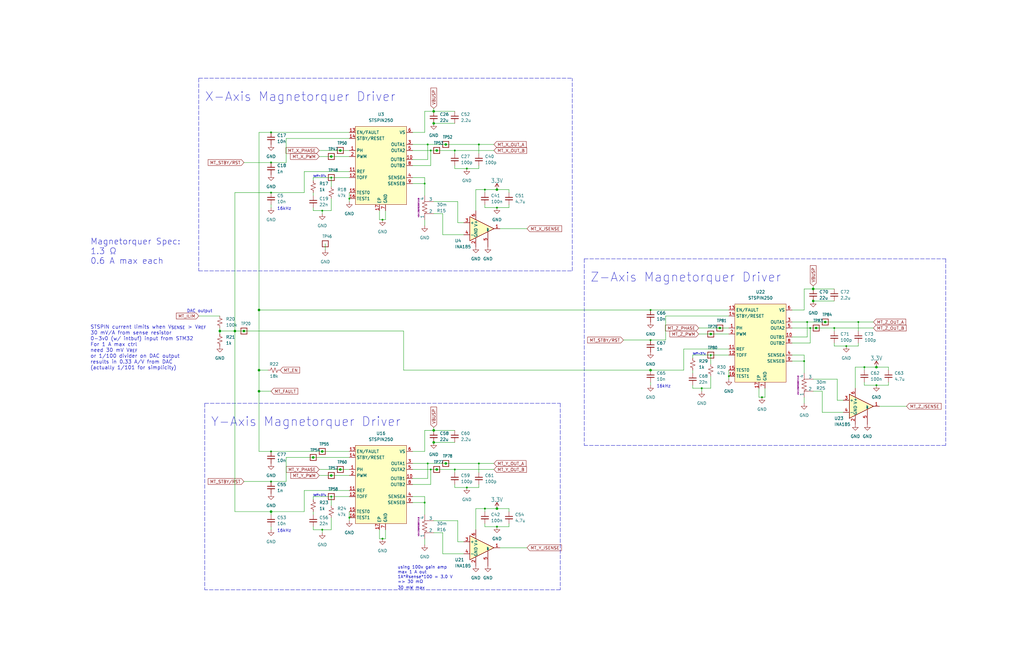
<source format=kicad_sch>
(kicad_sch (version 20211123) (generator eeschema)
  (paper "B")
  (junction (at 274.32 130.81) (diameter 0.6096))
  (junction (at 187.96 195.58))
  (junction (at 204.47 214.63) (diameter 0.6096))
  (junction (at 340.36 135.89) (diameter 0.6096))
  (junction (at 181.61 63.5) (diameter 0.6096))
  (junction (at 114.3 81.28) (diameter 0.6096))
  (junction (at 139.7 209.55) (diameter 0.6096))
  (junction (at 135.89 190.5))
  (junction (at 347.98 135.89))
  (junction (at 361.95 135.89) (diameter 0.6096))
  (junction (at 196.85 71.12) (diameter 0.6096))
  (junction (at 182.88 46.99))
  (junction (at 364.49 154.94) (diameter 0.6096))
  (junction (at 299.72 149.86) (diameter 0.6096))
  (junction (at 135.89 88.9) (diameter 0.6096))
  (junction (at 209.55 80.01))
  (junction (at 201.93 60.96) (diameter 0.6096))
  (junction (at 341.63 138.43) (diameter 0.6096))
  (junction (at 147.32 218.44) (diameter 0.6096))
  (junction (at 147.32 83.82) (diameter 0.6096))
  (junction (at 191.77 198.12) (diameter 0.6096))
  (junction (at 179.07 212.09) (diameter 0.6096))
  (junction (at 356.87 146.05) (diameter 0.6096))
  (junction (at 369.57 154.94))
  (junction (at 344.17 138.43))
  (junction (at 114.3 55.88) (diameter 0.6096))
  (junction (at 143.51 63.5))
  (junction (at 187.96 60.96))
  (junction (at 209.55 222.25) (diameter 0.6096))
  (junction (at 180.34 60.96) (diameter 0.6096))
  (junction (at 369.57 162.56) (diameter 0.6096))
  (junction (at 182.88 181.61))
  (junction (at 132.08 193.04))
  (junction (at 99.06 139.7))
  (junction (at 204.47 80.01) (diameter 0.6096))
  (junction (at 182.88 186.69))
  (junction (at 184.15 63.5))
  (junction (at 274.32 143.51) (diameter 0.6096))
  (junction (at 114.3 215.9))
  (junction (at 342.9 127))
  (junction (at 114.3 190.5) (diameter 0.6096))
  (junction (at 114.3 203.2) (diameter 0.6096))
  (junction (at 182.88 52.07))
  (junction (at 303.53 138.43))
  (junction (at 92.71 139.7))
  (junction (at 201.93 195.58) (diameter 0.6096))
  (junction (at 184.15 198.12))
  (junction (at 321.31 167.64) (diameter 0.6096))
  (junction (at 135.89 223.52) (diameter 0.6096))
  (junction (at 114.3 68.58) (diameter 0.6096))
  (junction (at 161.29 227.33) (diameter 0.6096))
  (junction (at 139.7 200.66))
  (junction (at 102.87 139.7))
  (junction (at 351.79 138.43) (diameter 0.6096))
  (junction (at 299.72 140.97))
  (junction (at 339.09 152.4) (diameter 0.6096))
  (junction (at 161.29 92.71) (diameter 0.6096))
  (junction (at 139.7 66.04))
  (junction (at 274.32 156.21))
  (junction (at 209.55 214.63))
  (junction (at 181.61 198.12) (diameter 0.6096))
  (junction (at 109.22 130.81))
  (junction (at 109.22 165.1))
  (junction (at 179.07 77.47) (diameter 0.6096))
  (junction (at 191.77 63.5) (diameter 0.6096))
  (junction (at 295.91 163.83) (diameter 0.6096))
  (junction (at 196.85 205.74) (diameter 0.6096))
  (junction (at 342.9 121.92))
  (junction (at 143.51 198.12))
  (junction (at 209.55 87.63) (diameter 0.6096))
  (junction (at 109.22 156.21))
  (junction (at 180.34 195.58) (diameter 0.6096))
  (junction (at 139.7 74.93) (diameter 0.6096))
  (junction (at 307.34 158.75) (diameter 0.6096))
  (wire (pts (xy 132.08 76.2) (xy 132.08 74.93)))
  (wire (pts (xy 339.09 121.92) (xy 342.9 121.92)))
  (wire (pts (xy 182.88 180.34) (xy 182.88 181.61)))
  (wire (pts (xy 184.15 198.12) (xy 191.77 198.12)))
  (wire (pts (xy 135.89 190.5) (xy 147.32 190.5)))
  (wire (pts (xy 180.34 60.96) (xy 187.96 60.96)))
  (wire (pts (xy 179.07 212.09) (xy 173.99 212.09)))
  (wire (pts (xy 120.65 203.2) (xy 114.3 203.2)))
  (wire (pts (xy 307.34 158.75) (xy 307.34 156.21)))
  (wire (pts (xy 361.95 135.89) (xy 361.95 139.7)))
  (wire (pts (xy 351.79 144.78) (xy 351.79 146.05)))
  (wire (pts (xy 292.1 151.13) (xy 292.1 149.86)))
  (wire (pts (xy 92.71 139.7) (xy 92.71 140.97)))
  (wire (pts (xy 201.93 205.74) (xy 201.93 204.47)))
  (wire (pts (xy 134.62 198.12) (xy 143.51 198.12)))
  (wire (pts (xy 320.04 163.83) (xy 320.04 167.64)))
  (wire (pts (xy 364.49 161.29) (xy 364.49 162.56)))
  (wire (pts (xy 339.09 152.4) (xy 339.09 157.48)))
  (wire (pts (xy 160.02 92.71) (xy 161.29 92.71)))
  (wire (pts (xy 353.06 160.02) (xy 353.06 168.91)))
  (wire (pts (xy 132.08 210.82) (xy 132.08 209.55)))
  (wire (pts (xy 292.1 149.86) (xy 299.72 149.86)))
  (wire (pts (xy 186.69 90.17) (xy 186.69 99.06)))
  (wire (pts (xy 179.07 74.93) (xy 179.07 77.47)))
  (wire (pts (xy 191.77 63.5) (xy 191.77 64.77)))
  (wire (pts (xy 214.63 87.63) (xy 214.63 86.36)))
  (wire (pts (xy 299.72 149.86) (xy 307.34 149.86)))
  (polyline (pts (xy 83.82 33.02) (xy 83.82 114.3)))
  (wire (pts (xy 132.08 215.9) (xy 132.08 217.17)))
  (wire (pts (xy 139.7 88.9) (xy 135.89 88.9)))
  (wire (pts (xy 99.06 81.28) (xy 114.3 81.28)))
  (wire (pts (xy 132.08 223.52) (xy 132.08 222.25)))
  (wire (pts (xy 173.99 204.47) (xy 181.61 204.47)))
  (wire (pts (xy 143.51 198.12) (xy 147.32 198.12)))
  (wire (pts (xy 114.3 55.88) (xy 147.32 55.88)))
  (wire (pts (xy 214.63 81.28) (xy 214.63 80.01)))
  (wire (pts (xy 209.55 214.63) (xy 214.63 214.63)))
  (wire (pts (xy 128.27 207.01) (xy 147.32 207.01)))
  (polyline (pts (xy 86.36 170.18) (xy 236.22 170.18)))
  (wire (pts (xy 201.93 195.58) (xy 208.28 195.58)))
  (wire (pts (xy 299.72 163.83) (xy 295.91 163.83)))
  (wire (pts (xy 191.77 198.12) (xy 208.28 198.12)))
  (wire (pts (xy 181.61 63.5) (xy 184.15 63.5)))
  (wire (pts (xy 139.7 74.93) (xy 147.32 74.93)))
  (wire (pts (xy 114.3 87.63) (xy 114.3 86.36)))
  (wire (pts (xy 200.66 80.01) (xy 200.66 88.9)))
  (wire (pts (xy 193.04 228.6) (xy 195.58 228.6)))
  (wire (pts (xy 135.89 223.52) (xy 135.89 224.79)))
  (wire (pts (xy 204.47 80.01) (xy 204.47 81.28)))
  (wire (pts (xy 134.62 200.66) (xy 139.7 200.66)))
  (wire (pts (xy 128.27 72.39) (xy 147.32 72.39)))
  (wire (pts (xy 209.55 87.63) (xy 214.63 87.63)))
  (wire (pts (xy 342.9 120.65) (xy 342.9 121.92)))
  (wire (pts (xy 92.71 138.43) (xy 92.71 139.7)))
  (polyline (pts (xy 241.3 114.3) (xy 241.3 33.02)))
  (wire (pts (xy 173.99 74.93) (xy 179.07 74.93)))
  (wire (pts (xy 186.69 233.68) (xy 195.58 233.68)))
  (wire (pts (xy 214.63 215.9) (xy 214.63 214.63)))
  (wire (pts (xy 370.84 171.45) (xy 382.27 171.45)))
  (wire (pts (xy 187.96 60.96) (xy 201.93 60.96)))
  (wire (pts (xy 184.15 63.5) (xy 191.77 63.5)))
  (wire (pts (xy 182.88 90.17) (xy 186.69 90.17)))
  (wire (pts (xy 299.72 149.86) (xy 299.72 153.67)))
  (wire (pts (xy 288.29 156.21) (xy 288.29 147.32)))
  (wire (pts (xy 143.51 63.5) (xy 147.32 63.5)))
  (wire (pts (xy 353.06 168.91) (xy 355.6 168.91)))
  (wire (pts (xy 132.08 88.9) (xy 132.08 87.63)))
  (wire (pts (xy 339.09 130.81) (xy 339.09 121.92)))
  (wire (pts (xy 173.99 209.55) (xy 179.07 209.55)))
  (wire (pts (xy 170.18 139.7) (xy 170.18 156.21)))
  (wire (pts (xy 193.04 219.71) (xy 193.04 228.6)))
  (wire (pts (xy 351.79 146.05) (xy 356.87 146.05)))
  (wire (pts (xy 139.7 66.04) (xy 147.32 66.04)))
  (wire (pts (xy 135.89 88.9) (xy 132.08 88.9)))
  (wire (pts (xy 120.65 58.42) (xy 147.32 58.42)))
  (wire (pts (xy 369.57 162.56) (xy 374.65 162.56)))
  (wire (pts (xy 179.07 212.09) (xy 179.07 217.17)))
  (wire (pts (xy 204.47 222.25) (xy 209.55 222.25)))
  (wire (pts (xy 274.32 143.51) (xy 262.89 143.51)))
  (wire (pts (xy 351.79 138.43) (xy 368.3 138.43)))
  (wire (pts (xy 344.17 138.43) (xy 351.79 138.43)))
  (wire (pts (xy 139.7 209.55) (xy 139.7 213.36)))
  (wire (pts (xy 196.85 205.74) (xy 201.93 205.74)))
  (wire (pts (xy 173.99 69.85) (xy 181.61 69.85)))
  (wire (pts (xy 274.32 130.81) (xy 307.34 130.81)))
  (wire (pts (xy 182.88 219.71) (xy 193.04 219.71)))
  (wire (pts (xy 334.01 135.89) (xy 340.36 135.89)))
  (wire (pts (xy 210.82 231.14) (xy 222.25 231.14)))
  (wire (pts (xy 182.88 46.99) (xy 191.77 46.99)))
  (wire (pts (xy 204.47 220.98) (xy 204.47 222.25)))
  (polyline (pts (xy 398.78 187.96) (xy 246.38 187.96)))
  (wire (pts (xy 340.36 135.89) (xy 347.98 135.89)))
  (wire (pts (xy 191.77 204.47) (xy 191.77 205.74)))
  (wire (pts (xy 162.56 92.71) (xy 162.56 88.9)))
  (wire (pts (xy 341.63 138.43) (xy 344.17 138.43)))
  (wire (pts (xy 181.61 204.47) (xy 181.61 198.12)))
  (wire (pts (xy 173.99 198.12) (xy 181.61 198.12)))
  (wire (pts (xy 132.08 209.55) (xy 139.7 209.55)))
  (wire (pts (xy 134.62 66.04) (xy 139.7 66.04)))
  (wire (pts (xy 204.47 86.36) (xy 204.47 87.63)))
  (wire (pts (xy 180.34 201.93) (xy 180.34 195.58)))
  (wire (pts (xy 120.65 193.04) (xy 120.65 203.2)))
  (wire (pts (xy 342.9 160.02) (xy 353.06 160.02)))
  (wire (pts (xy 292.1 156.21) (xy 292.1 157.48)))
  (polyline (pts (xy 246.38 109.22) (xy 246.38 187.96)))
  (wire (pts (xy 180.34 67.31) (xy 180.34 60.96)))
  (wire (pts (xy 114.3 81.28) (xy 128.27 81.28)))
  (wire (pts (xy 200.66 214.63) (xy 200.66 223.52)))
  (wire (pts (xy 147.32 85.09) (xy 147.32 83.82)))
  (wire (pts (xy 114.3 223.52) (xy 114.3 222.25)))
  (wire (pts (xy 132.08 193.04) (xy 147.32 193.04)))
  (wire (pts (xy 181.61 198.12) (xy 184.15 198.12)))
  (wire (pts (xy 274.32 156.21) (xy 288.29 156.21)))
  (wire (pts (xy 191.77 69.85) (xy 191.77 71.12)))
  (wire (pts (xy 307.34 160.02) (xy 307.34 158.75)))
  (wire (pts (xy 114.3 68.58) (xy 102.87 68.58)))
  (wire (pts (xy 280.67 133.35) (xy 307.34 133.35)))
  (wire (pts (xy 374.65 162.56) (xy 374.65 161.29)))
  (wire (pts (xy 186.69 224.79) (xy 186.69 233.68)))
  (wire (pts (xy 303.53 138.43) (xy 307.34 138.43)))
  (wire (pts (xy 334.01 138.43) (xy 341.63 138.43)))
  (wire (pts (xy 132.08 74.93) (xy 139.7 74.93)))
  (wire (pts (xy 361.95 135.89) (xy 368.3 135.89)))
  (wire (pts (xy 135.89 223.52) (xy 132.08 223.52)))
  (wire (pts (xy 182.88 224.79) (xy 186.69 224.79)))
  (wire (pts (xy 99.06 139.7) (xy 99.06 215.9)))
  (wire (pts (xy 191.77 63.5) (xy 208.28 63.5)))
  (polyline (pts (xy 86.36 170.18) (xy 86.36 248.92)))
  (polyline (pts (xy 236.22 248.92) (xy 86.36 248.92)))
  (wire (pts (xy 364.49 154.94) (xy 364.49 156.21)))
  (wire (pts (xy 134.62 63.5) (xy 143.51 63.5)))
  (wire (pts (xy 214.63 222.25) (xy 214.63 220.98)))
  (wire (pts (xy 132.08 81.28) (xy 132.08 82.55)))
  (wire (pts (xy 334.01 142.24) (xy 340.36 142.24)))
  (wire (pts (xy 200.66 214.63) (xy 204.47 214.63)))
  (wire (pts (xy 294.64 140.97) (xy 299.72 140.97)))
  (wire (pts (xy 209.55 80.01) (xy 214.63 80.01)))
  (wire (pts (xy 173.99 63.5) (xy 181.61 63.5)))
  (wire (pts (xy 102.87 139.7) (xy 99.06 139.7)))
  (wire (pts (xy 139.7 74.93) (xy 139.7 78.74)))
  (wire (pts (xy 160.02 227.33) (xy 161.29 227.33)))
  (wire (pts (xy 360.68 154.94) (xy 364.49 154.94)))
  (wire (pts (xy 170.18 156.21) (xy 274.32 156.21)))
  (wire (pts (xy 162.56 227.33) (xy 162.56 223.52)))
  (wire (pts (xy 99.06 139.7) (xy 92.71 139.7)))
  (wire (pts (xy 139.7 218.44) (xy 139.7 223.52)))
  (wire (pts (xy 322.58 167.64) (xy 322.58 163.83)))
  (wire (pts (xy 114.3 215.9) (xy 114.3 217.17)))
  (wire (pts (xy 204.47 87.63) (xy 209.55 87.63)))
  (wire (pts (xy 181.61 69.85) (xy 181.61 63.5)))
  (wire (pts (xy 179.07 77.47) (xy 179.07 82.55)))
  (wire (pts (xy 128.27 207.01) (xy 128.27 215.9)))
  (wire (pts (xy 191.77 198.12) (xy 191.77 199.39)))
  (wire (pts (xy 193.04 85.09) (xy 193.04 93.98)))
  (wire (pts (xy 295.91 163.83) (xy 295.91 165.1)))
  (wire (pts (xy 294.64 138.43) (xy 303.53 138.43)))
  (wire (pts (xy 209.55 222.25) (xy 214.63 222.25)))
  (wire (pts (xy 341.63 144.78) (xy 341.63 138.43)))
  (wire (pts (xy 210.82 96.52) (xy 222.25 96.52)))
  (wire (pts (xy 201.93 71.12) (xy 201.93 69.85)))
  (wire (pts (xy 288.29 147.32) (xy 307.34 147.32)))
  (wire (pts (xy 139.7 223.52) (xy 135.89 223.52)))
  (wire (pts (xy 204.47 214.63) (xy 209.55 214.63)))
  (wire (pts (xy 160.02 88.9) (xy 160.02 92.71)))
  (wire (pts (xy 342.9 165.1) (xy 346.71 165.1)))
  (wire (pts (xy 187.96 195.58) (xy 201.93 195.58)))
  (wire (pts (xy 364.49 162.56) (xy 369.57 162.56)))
  (wire (pts (xy 173.99 201.93) (xy 180.34 201.93)))
  (wire (pts (xy 179.07 92.71) (xy 179.07 95.25)))
  (wire (pts (xy 179.07 227.33) (xy 179.07 229.87)))
  (wire (pts (xy 339.09 167.64) (xy 339.09 170.18)))
  (wire (pts (xy 179.07 55.88) (xy 179.07 46.99)))
  (wire (pts (xy 186.69 99.06) (xy 195.58 99.06)))
  (wire (pts (xy 201.93 60.96) (xy 201.93 64.77)))
  (wire (pts (xy 342.9 121.92) (xy 351.79 121.92)))
  (wire (pts (xy 147.32 83.82) (xy 147.32 81.28)))
  (wire (pts (xy 179.07 46.99) (xy 182.88 46.99)))
  (wire (pts (xy 114.3 215.9) (xy 128.27 215.9)))
  (wire (pts (xy 182.88 186.69) (xy 191.77 186.69)))
  (wire (pts (xy 179.07 77.47) (xy 173.99 77.47)))
  (wire (pts (xy 137.16 102.87) (xy 137.16 105.41)))
  (wire (pts (xy 161.29 227.33) (xy 162.56 227.33)))
  (wire (pts (xy 193.04 93.98) (xy 195.58 93.98)))
  (polyline (pts (xy 83.82 33.02) (xy 241.3 33.02)))
  (wire (pts (xy 334.01 130.81) (xy 339.09 130.81)))
  (wire (pts (xy 173.99 190.5) (xy 179.07 190.5)))
  (wire (pts (xy 147.32 219.71) (xy 147.32 218.44)))
  (wire (pts (xy 346.71 173.99) (xy 355.6 173.99)))
  (wire (pts (xy 347.98 135.89) (xy 361.95 135.89)))
  (wire (pts (xy 369.57 154.94) (xy 374.65 154.94)))
  (wire (pts (xy 361.95 146.05) (xy 361.95 144.78)))
  (wire (pts (xy 182.88 85.09) (xy 193.04 85.09)))
  (wire (pts (xy 340.36 142.24) (xy 340.36 135.89)))
  (wire (pts (xy 99.06 81.28) (xy 99.06 139.7)))
  (polyline (pts (xy 246.38 109.22) (xy 398.78 109.22)))
  (wire (pts (xy 120.65 58.42) (xy 120.65 68.58)))
  (wire (pts (xy 135.89 88.9) (xy 135.89 90.17)))
  (wire (pts (xy 339.09 152.4) (xy 334.01 152.4)))
  (wire (pts (xy 351.79 138.43) (xy 351.79 139.7)))
  (wire (pts (xy 360.68 154.94) (xy 360.68 163.83)))
  (polyline (pts (xy 398.78 109.22) (xy 398.78 187.96)))
  (wire (pts (xy 114.3 203.2) (xy 102.87 203.2)))
  (wire (pts (xy 299.72 140.97) (xy 307.34 140.97)))
  (wire (pts (xy 374.65 156.21) (xy 374.65 154.94)))
  (wire (pts (xy 201.93 195.58) (xy 201.93 199.39)))
  (wire (pts (xy 83.82 133.35) (xy 92.71 133.35)))
  (wire (pts (xy 191.77 205.74) (xy 196.85 205.74)))
  (wire (pts (xy 128.27 81.28) (xy 128.27 72.39)))
  (wire (pts (xy 201.93 60.96) (xy 208.28 60.96)))
  (wire (pts (xy 161.29 92.71) (xy 162.56 92.71)))
  (wire (pts (xy 346.71 165.1) (xy 346.71 173.99)))
  (wire (pts (xy 173.99 55.88) (xy 179.07 55.88)))
  (wire (pts (xy 204.47 214.63) (xy 204.47 215.9)))
  (wire (pts (xy 109.22 156.21) (xy 109.22 165.1)))
  (wire (pts (xy 109.22 165.1) (xy 114.3 165.1)))
  (wire (pts (xy 280.67 133.35) (xy 280.67 143.51)))
  (wire (pts (xy 114.3 190.5) (xy 135.89 190.5)))
  (wire (pts (xy 196.85 71.12) (xy 201.93 71.12)))
  (wire (pts (xy 180.34 195.58) (xy 187.96 195.58)))
  (wire (pts (xy 295.91 163.83) (xy 292.1 163.83)))
  (wire (pts (xy 147.32 218.44) (xy 147.32 215.9)))
  (wire (pts (xy 109.22 156.21) (xy 113.03 156.21)))
  (wire (pts (xy 321.31 167.64) (xy 322.58 167.64)))
  (wire (pts (xy 173.99 195.58) (xy 180.34 195.58)))
  (wire (pts (xy 320.04 167.64) (xy 321.31 167.64)))
  (wire (pts (xy 182.88 45.72) (xy 182.88 46.99)))
  (wire (pts (xy 120.65 193.04) (xy 132.08 193.04)))
  (wire (pts (xy 139.7 209.55) (xy 147.32 209.55)))
  (wire (pts (xy 109.22 130.81) (xy 109.22 156.21)))
  (wire (pts (xy 102.87 139.7) (xy 170.18 139.7)))
  (wire (pts (xy 179.07 209.55) (xy 179.07 212.09)))
  (wire (pts (xy 173.99 67.31) (xy 180.34 67.31)))
  (wire (pts (xy 356.87 146.05) (xy 361.95 146.05)))
  (wire (pts (xy 182.88 52.07) (xy 191.77 52.07)))
  (polyline (pts (xy 236.22 170.18) (xy 236.22 248.92)))
  (wire (pts (xy 139.7 83.82) (xy 139.7 88.9)))
  (wire (pts (xy 173.99 60.96) (xy 180.34 60.96)))
  (wire (pts (xy 99.06 215.9) (xy 114.3 215.9)))
  (wire (pts (xy 280.67 143.51) (xy 274.32 143.51)))
  (wire (pts (xy 109.22 165.1) (xy 109.22 190.5)))
  (wire (pts (xy 182.88 181.61) (xy 191.77 181.61)))
  (wire (pts (xy 139.7 200.66) (xy 147.32 200.66)))
  (wire (pts (xy 109.22 130.81) (xy 274.32 130.81)))
  (wire (pts (xy 334.01 149.86) (xy 339.09 149.86)))
  (wire (pts (xy 334.01 144.78) (xy 341.63 144.78)))
  (wire (pts (xy 179.07 190.5) (xy 179.07 181.61)))
  (wire (pts (xy 364.49 154.94) (xy 369.57 154.94)))
  (wire (pts (xy 191.77 71.12) (xy 196.85 71.12)))
  (wire (pts (xy 179.07 181.61) (xy 182.88 181.61)))
  (wire (pts (xy 109.22 190.5) (xy 114.3 190.5)))
  (wire (pts (xy 109.22 55.88) (xy 109.22 130.81)))
  (wire (pts (xy 200.66 80.01) (xy 204.47 80.01)))
  (wire (pts (xy 204.47 80.01) (xy 209.55 80.01)))
  (wire (pts (xy 299.72 158.75) (xy 299.72 163.83)))
  (wire (pts (xy 109.22 55.88) (xy 114.3 55.88)))
  (polyline (pts (xy 83.82 114.3) (xy 241.3 114.3)))
  (wire (pts (xy 120.65 68.58) (xy 114.3 68.58)))
  (wire (pts (xy 342.9 127) (xy 351.79 127)))
  (wire (pts (xy 292.1 163.83) (xy 292.1 162.56)))
  (wire (pts (xy 160.02 223.52) (xy 160.02 227.33)))
  (wire (pts (xy 274.32 162.56) (xy 274.32 161.29)))
  (wire (pts (xy 339.09 149.86) (xy 339.09 152.4)))
  (text "30 mW max" (at 167.64 248.92 0) (effects (font (size 1.27 1.27)) (justify left bottom)))
  (text "STSPIN current limits when V_{SENSE} > V_{REF}\n30 mV/A from sense resistor\n0-3v0 (w/ intbuf) input from STM32\nFor 1 A max ctrl\nneed 30 mV V_{REF}\nor 1/100 divider on DAC output\nresults in 0.33 A/V from DAC\n(actually 1/101 for simplicity)\n" (at 38.1 156.21 0) (effects (font (size 1.524 1.524)) (justify left bottom)))
  (text "DAC output" (at 78.74 132.08 0) (effects (font (size 1.27 1.27)) (justify left bottom)))
  (text "16kHz" (at 116.84 88.9 0) (effects (font (size 1.27 1.27)) (justify left bottom)))
  (text "toff=37u" (at 292.1 149.86 0) (effects (font (size 0.8 0.8)) (justify left bottom)))
  (text "16kHz" (at 116.84 224.79 0) (effects (font (size 1.27 1.27)) (justify left bottom)))
  (text "Y-Axis Magnetorquer Driver" (at 88.9 180.34 0) (effects (font (size 3.81 3.81)) (justify left bottom)))
  (text "toff=37u" (at 132.08 74.93 0) (effects (font (size 0.8 0.8)) (justify left bottom)))
  (text "toff=37u" (at 132.08 209.55 0) (effects (font (size 0.8 0.8)) (justify left bottom)))
  (text "Z-Axis Magnetorquer Driver" (at 248.92 119.38 0) (effects (font (size 3.81 3.81)) (justify left bottom)))
  (text "Magnetorquer Spec:\n1.3 Ω\n0.6 A max each" (at 38.1 111.76 0) (effects (font (size 2.54 2.54)) (justify left bottom)))
  (text "X-Axis Magnetorquer Driver" (at 86.36 43.18 0) (effects (font (size 3.81 3.81)) (justify left bottom)))
  (text "using 100x gain amp\nmax 1 A out\n1A*Rsense*100 = 3.0 V\n=> 30 mΩ" (at 167.64 246.38 0) (effects (font (size 1.27 1.27)) (justify left bottom)))
  (text "16kHz" (at 276.86 163.83 0) (effects (font (size 1.27 1.27)) (justify left bottom)))
  (global_label "VBUSP" (shape input) (at 182.88 45.72 90) (property "Intersheet References" "${INTERSHEET_REFS}" (effects hide)))
  (global_label "MT_Z_ISENSE" (shape input) (at 382.27 171.45 0) (property "Intersheet References" "${INTERSHEET_REFS}" (effects hide)))
  (global_label "MT_STBY{slash}RST" (shape input) (at 262.89 143.51 180) (property "Intersheet References" "${INTERSHEET_REFS}" (effects hide)))
  (global_label "MT_Z_PHASE" (shape input) (at 294.64 138.43 180) (property "Intersheet References" "${INTERSHEET_REFS}" (effects hide)))
  (global_label "MT_X_OUT_A" (shape input) (at 208.28 60.96 0) (property "Intersheet References" "${INTERSHEET_REFS}" (effects hide)))
  (global_label "VBUSP" (shape input) (at 182.88 180.34 90) (property "Intersheet References" "${INTERSHEET_REFS}" (effects hide)))
  (global_label "MT_Y_PWM" (shape input) (at 134.62 200.66 180) (property "Intersheet References" "${INTERSHEET_REFS}" (effects hide)))
  (global_label "MT_X_PHASE" (shape input) (at 134.62 63.5 180) (property "Intersheet References" "${INTERSHEET_REFS}" (effects hide)))
  (global_label "MT_ILIM" (shape input) (at 83.82 133.35 180) (property "Intersheet References" "${INTERSHEET_REFS}" (effects hide)))
  (global_label "MT_STBY{slash}RST" (shape input) (at 102.87 68.58 180) (property "Intersheet References" "${INTERSHEET_REFS}" (effects hide)))
  (global_label "MT_Y_OUT_A" (shape input) (at 208.28 195.58 0) (property "Intersheet References" "${INTERSHEET_REFS}" (effects hide)))
  (global_label "MT_Y_PHASE" (shape input) (at 134.62 198.12 180) (property "Intersheet References" "${INTERSHEET_REFS}" (effects hide)))
  (global_label "MT_X_OUT_B" (shape input) (at 208.28 63.5 0) (property "Intersheet References" "${INTERSHEET_REFS}" (effects hide)))
  (global_label "MT_Y_OUT_B" (shape input) (at 208.28 198.12 0) (property "Intersheet References" "${INTERSHEET_REFS}" (effects hide)))
  (global_label "VBUSP" (shape input) (at 342.9 120.65 90) (property "Intersheet References" "${INTERSHEET_REFS}" (effects hide)))
  (global_label "MT_STBY{slash}RST" (shape input) (at 102.87 203.2 180) (property "Intersheet References" "${INTERSHEET_REFS}" (effects hide)))
  (global_label "MT_FAULT" (shape input) (at 114.3 165.1 0) (property "Intersheet References" "${INTERSHEET_REFS}" (effects hide)))
  (global_label "MT_Z_OUT_A" (shape input) (at 368.3 135.89 0) (property "Intersheet References" "${INTERSHEET_REFS}" (effects hide)))
  (global_label "MT_EN" (shape input) (at 118.11 156.21 0) (property "Intersheet References" "${INTERSHEET_REFS}" (effects hide)))
  (global_label "MT_X_ISENSE" (shape input) (at 222.25 96.52 0) (property "Intersheet References" "${INTERSHEET_REFS}" (effects hide)))
  (global_label "MT_Z_PWM" (shape input) (at 294.64 140.97 180) (property "Intersheet References" "${INTERSHEET_REFS}" (effects hide)))
  (global_label "MT_Y_ISENSE" (shape input) (at 222.25 231.14 0) (property "Intersheet References" "${INTERSHEET_REFS}" (effects hide)))
  (global_label "MT_X_PWM" (shape input) (at 134.62 66.04 180) (property "Intersheet References" "${INTERSHEET_REFS}" (effects hide)))
  (global_label "MT_Z_OUT_B" (shape input) (at 368.3 138.43 0) (property "Intersheet References" "${INTERSHEET_REFS}" (effects hide)))
  (symbol (lib_id "Device:C_Small") (at 214.63 83.82 0) (unit 1)
    (property "Reference" "C51" (at 217.17 82.5499 0) (effects (justify left)))
    (property "Value" "4.7u" (at 217.17 85.0899 0) (effects (justify left)))
    (property "Footprint" "Capacitor_SMD:C_0603_1608Metric" (effects hide))
  )
  (symbol (lib_id "oresat-acs-card-eagle-import:TEST-POINT-LARGE-SQUARE") (at 139.7 74.93 0) (mirror x) (unit 1)
    (property "Reference" "TP48" (at 138.43 71.12 0) (effects (font (size 1.27 1.0795)) (justify left bottom)))
    (property "Value" "TEST-POINT-LARGE-SQUARE" (effects hide))
    (property "Footprint" "oresat-acs-card:1X01" (effects hide))
  )
  (symbol (lib_id "Device:C_Small") (at 191.77 201.93 0) (unit 1)
    (property "Reference" "C59" (at 194.31 200.6599 0) (effects (justify left)))
    (property "Value" "100p" (at 194.31 203.1999 0) (effects (justify left)))
    (property "Footprint" "Capacitor_SMD:C_0603_1608Metric" (effects hide))
  )
  (symbol (lib_id "power:GND") (at 135.89 224.79 0) (unit 1)
    (property "Reference" "#PWR0133" (effects hide))
    (property "Value" "GND" (at 135.89 229.87 0))
  )
  (symbol (lib_id "Device:C_Small") (at 351.79 142.24 0) (unit 1)
    (property "Reference" "C71" (at 354.33 140.9699 0) (effects (justify left)))
    (property "Value" "100p" (at 354.33 143.5099 0) (effects (justify left)))
    (property "Footprint" "Capacitor_SMD:C_0603_1608Metric" (effects hide))
  )
  (symbol (lib_id "Device:C_Small") (at 201.93 201.93 0) (unit 1)
    (property "Reference" "C61" (at 204.47 200.6599 0) (effects (justify left)))
    (property "Value" "100p" (at 204.47 203.1999 0) (effects (justify left)))
    (property "Footprint" "Capacitor_SMD:C_0603_1608Metric" (effects hide))
  )
  (symbol (lib_id "oresat-acs-card-eagle-import:TEST-POINT-LARGE-SQUARE") (at 143.51 63.5 0) (mirror x) (unit 1)
    (property "Reference" "TP50" (at 142.24 59.69 0) (effects (font (size 1.27 1.0795)) (justify left bottom)))
    (property "Value" "TEST-POINT-LARGE-SQUARE" (effects hide))
    (property "Footprint" "oresat-acs-card:1X01" (effects hide))
  )
  (symbol (lib_id "Device:C_Small") (at 114.3 193.04 0) (unit 1)
    (property "Reference" "C77" (at 116.84 191.7699 0) (effects (justify left)))
    (property "Value" "10n" (at 116.84 194.3099 0) (effects (justify left)))
    (property "Footprint" "Capacitor_SMD:C_0603_1608Metric" (effects hide))
  )
  (symbol (lib_id "Device:C_Small") (at 361.95 142.24 0) (unit 1)
    (property "Reference" "C73" (at 364.49 140.9699 0) (effects (justify left)))
    (property "Value" "100p" (at 364.49 143.5099 0) (effects (justify left)))
    (property "Footprint" "Capacitor_SMD:C_0603_1608Metric" (effects hide))
  )
  (symbol (lib_id "power:GND") (at 161.29 227.33 0) (unit 1)
    (property "Reference" "#PWR0128" (effects hide))
    (property "Value" "GND" (at 161.29 232.41 0))
  )
  (symbol (lib_id "Device:C_Small") (at 114.3 205.74 0) (unit 1)
    (property "Reference" "C55" (at 116.84 204.4699 0) (effects (justify left)))
    (property "Value" "1n" (at 116.84 207.0099 0) (effects (justify left)))
    (property "Footprint" "Capacitor_SMD:C_0603_1608Metric" (effects hide))
  )
  (symbol (lib_id "Device:C_Small") (at 191.77 67.31 0) (unit 1)
    (property "Reference" "C27" (at 194.31 66.0399 0) (effects (justify left)))
    (property "Value" "100p" (at 194.31 68.5799 0) (effects (justify left)))
    (property "Footprint" "Capacitor_SMD:C_0603_1608Metric" (effects hide))
  )
  (symbol (lib_id "Device:C_Small") (at 351.79 124.46 0) (unit 1)
    (property "Reference" "C72" (at 354.33 123.1899 0) (effects (justify left)))
    (property "Value" "2.2u" (at 354.33 125.7299 0) (effects (justify left)))
    (property "Footprint" "Capacitor_SMD:C_0603_1608Metric" (effects hide))
  )
  (symbol (lib_id "power:GND") (at 274.32 148.59 0) (unit 1)
    (property "Reference" "#PWR0148" (effects hide))
    (property "Value" "GND" (at 274.32 153.67 0))
  )
  (symbol (lib_id "Device:C_Small") (at 364.49 158.75 0) (unit 1)
    (property "Reference" "C62" (at 367.03 157.4799 0) (effects (justify left)))
    (property "Value" "100n" (at 367.03 160.0199 0) (effects (justify left)))
    (property "Footprint" "Capacitor_SMD:C_0603_1608Metric" (effects hide))
  )
  (symbol (lib_id "oresat-acs-card-eagle-import:3.3V") (at 209.55 80.01 0) (mirror y) (unit 1)
    (property "Reference" "#SUPPLY0101" (effects hide))
    (property "Value" "3.3V" (at 209.55 77.216 0) (effects (font (size 1.778 1.5113)) (justify bottom)))
  )
  (symbol (lib_id "power:GND") (at 182.88 52.07 0) (unit 1)
    (property "Reference" "#PWR0118" (effects hide))
    (property "Value" "GND" (at 182.88 57.15 0))
  )
  (symbol (lib_id "U-TI-INA185-current-sense-amplifier:INA185") (at 203.2 96.52 0) (unit 1)
    (property "Reference" "U4" (at 191.77 101.5999 0) (effects (justify left)))
    (property "Value" "INA185" (at 191.77 104.1399 0) (effects (justify left)))
    (property "Footprint" "Package_TO_SOT_SMD:SOT-563" (effects hide))
    (property "Datasheet" "https://www.ti.com/lit/ds/symlink/ina185.pdf" (effects hide))
  )
  (symbol (lib_id "power:GND") (at 209.55 87.63 0) (unit 1)
    (property "Reference" "#PWR0110" (effects hide))
    (property "Value" "GND" (at 209.55 92.71 0))
  )
  (symbol (lib_id "oresat-acs-card-eagle-import:TEST-POINT-LARGE-SQUARE") (at 139.7 209.55 0) (mirror x) (unit 1)
    (property "Reference" "TP58" (at 138.43 205.74 0) (effects (font (size 1.27 1.0795)) (justify left bottom)))
    (property "Value" "TEST-POINT-LARGE-SQUARE" (effects hide))
    (property "Footprint" "oresat-acs-card:1X01" (effects hide))
  )
  (symbol (lib_id "power:GND") (at 135.89 90.17 0) (unit 1)
    (property "Reference" "#PWR0107" (effects hide))
    (property "Value" "GND" (at 135.89 95.25 0))
  )
  (symbol (lib_id "Device:R_Small_US") (at 115.57 156.21 270) (unit 1)
    (property "Reference" "R22" (at 115.57 153.67 90))
    (property "Value" "18k" (at 115.57 158.75 90))
    (property "Footprint" "oresat-acs-card:.0603-C-NOSILK" (effects hide))
  )
  (symbol (lib_id "power:GND") (at 182.88 186.69 0) (unit 1)
    (property "Reference" "#PWR0120" (effects hide))
    (property "Value" "GND" (at 182.88 191.77 0))
  )
  (symbol (lib_id "Device:R_Shunt_US") (at 339.09 162.56 0) (mirror x) (unit 1)
    (property "Reference" "R25" (at 344.17 163.8301 0) (effects (justify left)))
    (property "Value" "30m" (at 344.17 161.2901 0) (effects (justify left)))
    (property "Footprint" "oresat-acs-card:WSK1206" (effects hide))
    (property "P/N" "WSK1206R0300FEA18" (at 336.55 162.56 90) (effects (font (size 0.5 0.5))))
  )
  (symbol (lib_id "power:GND") (at 274.32 135.89 0) (unit 1)
    (property "Reference" "#PWR0149" (effects hide))
    (property "Value" "GND" (at 274.32 140.97 0))
  )
  (symbol (lib_id "Device:C_Small") (at 114.3 71.12 0) (unit 1)
    (property "Reference" "C18" (at 116.84 69.8499 0) (effects (justify left)))
    (property "Value" "1n" (at 116.84 72.3899 0) (effects (justify left)))
    (property "Footprint" "Capacitor_SMD:C_0603_1608Metric" (effects hide))
  )
  (symbol (lib_id "Device:R_Small_US") (at 139.7 215.9 0) (unit 1)
    (property "Reference" "R24" (at 142.24 214.6299 0) (effects (justify left)))
    (property "Value" "47k" (at 142.24 217.1699 0) (effects (justify left)))
    (property "Footprint" "Resistor_SMD:R_0603_1608Metric" (effects hide))
  )
  (symbol (lib_id "Device:C_Small") (at 204.47 83.82 0) (unit 1)
    (property "Reference" "C41" (at 207.01 82.5499 0) (effects (justify left)))
    (property "Value" "100n" (at 207.01 85.0899 0) (effects (justify left)))
    (property "Footprint" "Capacitor_SMD:C_0603_1608Metric" (effects hide))
  )
  (symbol (lib_id "power:GND") (at 205.74 104.14 0) (unit 1)
    (property "Reference" "#PWR0113" (effects hide))
    (property "Value" "GND" (at 205.74 109.22 0))
  )
  (symbol (lib_id "Device:C_Small") (at 132.08 219.71 0) (unit 1)
    (property "Reference" "C56" (at 134.62 218.4399 0) (effects (justify left)))
    (property "Value" "22n" (at 134.62 220.9799 0) (effects (justify left)))
    (property "Footprint" "Capacitor_SMD:C_0603_1608Metric" (effects hide))
  )
  (symbol (lib_id "Device:C_Small") (at 114.3 58.42 0) (unit 1)
    (property "Reference" "C17" (at 116.84 57.1499 0) (effects (justify left)))
    (property "Value" "10n" (at 116.84 59.6899 0) (effects (justify left)))
    (property "Footprint" "Capacitor_SMD:C_0603_1608Metric" (effects hide))
  )
  (symbol (lib_id "power:GND") (at 179.07 95.25 0) (unit 1)
    (property "Reference" "#PWR0114" (effects hide))
    (property "Value" "GND" (at 179.07 100.33 0))
  )
  (symbol (lib_id "Device:C_Small") (at 132.08 85.09 0) (unit 1)
    (property "Reference" "C19" (at 134.62 83.8199 0) (effects (justify left)))
    (property "Value" "22n" (at 134.62 86.3599 0) (effects (justify left)))
    (property "Footprint" "Capacitor_SMD:C_0603_1608Metric" (effects hide))
  )
  (symbol (lib_id "power:GND") (at 179.07 229.87 0) (unit 1)
    (property "Reference" "#PWR0125" (effects hide))
    (property "Value" "GND" (at 179.07 234.95 0))
  )
  (symbol (lib_id "oresat-acs-card-eagle-import:TEST-POINT-LARGE-SQUARE") (at 299.72 149.86 0) (mirror x) (unit 1)
    (property "Reference" "TP80" (at 298.45 146.05 0) (effects (font (size 1.27 1.0795)) (justify left bottom)))
    (property "Value" "TEST-POINT-LARGE-SQUARE" (effects hide))
    (property "Footprint" "oresat-acs-card:1X01" (effects hide))
  )
  (symbol (lib_id "Device:C_Small") (at 292.1 160.02 0) (unit 1)
    (property "Reference" "C68" (at 294.64 158.7499 0) (effects (justify left)))
    (property "Value" "22n" (at 294.64 161.2899 0) (effects (justify left)))
    (property "Footprint" "Capacitor_SMD:C_0603_1608Metric" (effects hide))
  )
  (symbol (lib_id "power:GND") (at 114.3 87.63 0) (unit 1)
    (property "Reference" "#PWR0103" (effects hide))
    (property "Value" "GND" (at 114.3 92.71 0))
  )
  (symbol (lib_id "power:GND") (at 274.32 162.56 0) (unit 1)
    (property "Reference" "#PWR0150" (effects hide))
    (property "Value" "GND" (at 274.32 167.64 0))
  )
  (symbol (lib_id "power:GND") (at 147.32 219.71 0) (unit 1)
    (property "Reference" "#PWR0132" (effects hide))
    (property "Value" "GND" (at 147.32 224.79 0))
  )
  (symbol (lib_id "power:GND") (at 365.76 179.07 0) (unit 1)
    (property "Reference" "#PWR0129" (effects hide))
    (property "Value" "GND" (at 365.76 184.15 0))
  )
  (symbol (lib_id "power:GND") (at 114.3 223.52 0) (unit 1)
    (property "Reference" "#PWR0135" (effects hide))
    (property "Value" "GND" (at 114.3 228.6 0))
  )
  (symbol (lib_id "power:GND") (at 196.85 205.74 0) (unit 1)
    (property "Reference" "#PWR0121" (effects hide))
    (property "Value" "GND" (at 196.85 210.82 0))
  )
  (symbol (lib_id "Device:R_Small_US") (at 299.72 156.21 0) (unit 1)
    (property "Reference" "R30" (at 302.26 154.9399 0) (effects (justify left)))
    (property "Value" "47k" (at 302.26 157.4799 0) (effects (justify left)))
    (property "Footprint" "Resistor_SMD:R_0603_1608Metric" (effects hide))
  )
  (symbol (lib_id "U-STMicro-STSPIN250:STSPIN250") (at 321.31 133.35 0) (unit 1)
    (property "Reference" "U22" (at 320.675 123.19 0))
    (property "Value" "STSPIN250" (at 320.675 125.73 0))
    (property "Footprint" "Package_DFN_QFN:VQFN-16-1EP_3x3mm_P0.5mm_EP1.8x1.8mm" (effects hide))
    (property "Datasheet" "https://www.st.com/resource/en/datasheet/stspin250.pdf" (effects hide))
  )
  (symbol (lib_id "power:GND") (at 114.3 60.96 0) (unit 1)
    (property "Reference" "#PWR0106" (effects hide))
    (property "Value" "GND" (at 114.3 66.04 0))
  )
  (symbol (lib_id "Device:C_Small") (at 274.32 158.75 0) (unit 1)
    (property "Reference" "C65" (at 276.86 157.4799 0) (effects (justify left)))
    (property "Value" "10n" (at 276.86 160.0199 0) (effects (justify left)))
    (property "Footprint" "Capacitor_SMD:C_0603_1608Metric" (effects hide))
  )
  (symbol (lib_id "oresat-acs-card-eagle-import:TEST-POINT-LARGE-SQUARE") (at 137.16 102.87 0) (mirror x) (unit 1)
    (property "Reference" "TP46" (at 135.89 99.06 0) (effects (font (size 1.27 1.0795)) (justify left bottom)))
    (property "Value" "TEST-POINT-LARGE-SQUARE" (effects hide))
    (property "Footprint" "oresat-acs-card:1X01" (effects hide))
  )
  (symbol (lib_id "Device:C_Small") (at 182.88 49.53 0) (unit 1)
    (property "Reference" "C26" (at 185.42 48.2599 0) (effects (justify left)))
    (property "Value" "22u" (at 185.42 50.7999 0) (effects (justify left)))
    (property "Footprint" "Capacitor_SMD:C_0603_1608Metric" (effects hide))
  )
  (symbol (lib_id "power:GND") (at 114.3 73.66 0) (unit 1)
    (property "Reference" "#PWR0105" (effects hide))
    (property "Value" "GND" (at 114.3 78.74 0))
  )
  (symbol (lib_id "Device:C_Small") (at 201.93 67.31 0) (unit 1)
    (property "Reference" "C40" (at 204.47 66.0399 0) (effects (justify left)))
    (property "Value" "100p" (at 204.47 68.5799 0) (effects (justify left)))
    (property "Footprint" "Capacitor_SMD:C_0603_1608Metric" (effects hide))
  )
  (symbol (lib_id "oresat-acs-card-eagle-import:TEST-POINT-LARGE-SQUARE") (at 135.89 190.5 0) (mirror x) (unit 1)
    (property "Reference" "TP55" (at 134.62 186.69 0) (effects (font (size 1.27 1.0795)) (justify left bottom)))
    (property "Value" "TEST-POINT-LARGE-SQUARE" (effects hide))
    (property "Footprint" "oresat-acs-card:1X01" (effects hide))
  )
  (symbol (lib_id "oresat-acs-card-eagle-import:TEST-POINT-LARGE-SQUARE") (at 139.7 200.66 0) (mirror x) (unit 1)
    (property "Reference" "TP57" (at 138.43 196.85 0) (effects (font (size 1.27 1.0795)) (justify left bottom)))
    (property "Value" "TEST-POINT-LARGE-SQUARE" (effects hide))
    (property "Footprint" "oresat-acs-card:1X01" (effects hide))
  )
  (symbol (lib_id "power:GND") (at 147.32 85.09 0) (unit 1)
    (property "Reference" "#PWR0102" (effects hide))
    (property "Value" "GND" (at 147.32 90.17 0))
  )
  (symbol (lib_id "oresat-acs-card-eagle-import:TEST-POINT-LARGE-SQUARE") (at 187.96 60.96 0) (mirror x) (unit 1)
    (property "Reference" "TP52" (at 186.69 57.15 0) (effects (font (size 1.27 1.0795)) (justify left bottom)))
    (property "Value" "TEST-POINT-LARGE-SQUARE" (effects hide))
    (property "Footprint" "oresat-acs-card:1X01" (effects hide))
  )
  (symbol (lib_id "Device:C_Small") (at 114.3 219.71 0) (unit 1)
    (property "Reference" "C53" (at 116.84 218.4399 0) (effects (justify left)))
    (property "Value" "10n" (at 116.84 220.9799 0) (effects (justify left)))
    (property "Footprint" "Capacitor_SMD:C_0603_1608Metric" (effects hide))
  )
  (symbol (lib_id "power:GND") (at 205.74 238.76 0) (unit 1)
    (property "Reference" "#PWR0123" (effects hide))
    (property "Value" "GND" (at 205.74 243.84 0))
  )
  (symbol (lib_id "Device:R_Small_US") (at 292.1 153.67 0) (unit 1)
    (property "Reference" "R29" (at 294.64 152.3999 0) (effects (justify left)))
    (property "Value" "1k" (at 294.64 154.9399 0) (effects (justify left)))
    (property "Footprint" "Resistor_SMD:R_0603_1608Metric" (effects hide))
  )
  (symbol (lib_id "Device:C_Small") (at 114.3 83.82 0) (unit 1)
    (property "Reference" "C5" (at 116.84 82.5499 0) (effects (justify left)))
    (property "Value" "10n" (at 116.84 85.0899 0) (effects (justify left)))
    (property "Footprint" "Capacitor_SMD:C_0603_1608Metric" (effects hide))
  )
  (symbol (lib_id "U-TI-INA185-current-sense-amplifier:INA185") (at 363.22 171.45 0) (unit 1)
    (property "Reference" "U23" (at 351.79 176.5299 0) (effects (justify left)))
    (property "Value" "INA185" (at 351.79 179.0699 0) (effects (justify left)))
    (property "Footprint" "Package_TO_SOT_SMD:SOT-563" (effects hide))
    (property "Datasheet" "https://www.ti.com/lit/ds/symlink/ina185.pdf" (effects hide))
  )
  (symbol (lib_id "Device:R_Small_US") (at 92.71 143.51 180) (unit 1)
    (property "Reference" "R21" (at 95.25 142.2399 0) (effects (justify right)))
    (property "Value" "1k" (at 95.25 144.7799 0) (effects (justify right)))
    (property "Footprint" "Resistor_SMD:R_0603_1608Metric" (effects hide))
  )
  (symbol (lib_id "Device:R_Small_US") (at 92.71 135.89 180) (unit 1)
    (property "Reference" "R20" (at 95.25 134.6199 0) (effects (justify right)))
    (property "Value" "100k" (at 95.25 137.1599 0) (effects (justify right)))
    (property "Footprint" "Resistor_SMD:R_0603_1608Metric" (effects hide))
  )
  (symbol (lib_id "Device:C_Small") (at 374.65 158.75 0) (unit 1)
    (property "Reference" "C63" (at 377.19 157.4799 0) (effects (justify left)))
    (property "Value" "4.7u" (at 377.19 160.0199 0) (effects (justify left)))
    (property "Footprint" "Capacitor_SMD:C_0603_1608Metric" (effects hide))
  )
  (symbol (lib_id "power:GND") (at 356.87 146.05 0) (unit 1)
    (property "Reference" "#PWR0142" (effects hide))
    (property "Value" "GND" (at 356.87 151.13 0))
  )
  (symbol (lib_id "oresat-acs-card-eagle-import:TEST-POINT-LARGE-SQUARE") (at 132.08 193.04 0) (mirror x) (unit 1)
    (property "Reference" "TP54" (at 130.81 189.23 0) (effects (font (size 1.27 1.0795)) (justify left bottom)))
    (property "Value" "TEST-POINT-LARGE-SQUARE" (effects hide))
    (property "Footprint" "oresat-acs-card:1X01" (effects hide))
  )
  (symbol (lib_id "power:GND") (at 200.66 238.76 0) (unit 1)
    (property "Reference" "#PWR0124" (effects hide))
    (property "Value" "GND" (at 200.66 243.84 0))
  )
  (symbol (lib_id "power:GND") (at 342.9 127 0) (unit 1)
    (property "Reference" "#PWR0143" (effects hide))
    (property "Value" "GND" (at 342.9 132.08 0))
  )
  (symbol (lib_id "power:GND") (at 321.31 167.64 0) (unit 1)
    (property "Reference" "#PWR0147" (effects hide))
    (property "Value" "GND" (at 321.31 172.72 0))
  )
  (symbol (lib_id "power:GND") (at 137.16 105.41 0) (unit 1)
    (property "Reference" "#PWR0108" (effects hide))
    (property "Value" "GND" (at 137.16 110.49 0))
  )
  (symbol (lib_id "oresat-acs-card-eagle-import:TEST-POINT-LARGE-SQUARE") (at 139.7 66.04 0) (mirror x) (unit 1)
    (property "Reference" "TP47" (at 138.43 62.23 0) (effects (font (size 1.27 1.0795)) (justify left bottom)))
    (property "Value" "TEST-POINT-LARGE-SQUARE" (effects hide))
    (property "Footprint" "oresat-acs-card:1X01" (effects hide))
  )
  (symbol (lib_id "oresat-acs-card-eagle-import:3.3V") (at 209.55 214.63 0) (mirror y) (unit 1)
    (property "Reference" "#SUPPLY0102" (effects hide))
    (property "Value" "3.3V" (at 209.55 211.836 0) (effects (font (size 1.778 1.5113)) (justify bottom)))
  )
  (symbol (lib_id "power:GND") (at 339.09 170.18 0) (unit 1)
    (property "Reference" "#PWR0115" (effects hide))
    (property "Value" "GND" (at 339.09 175.26 0))
  )
  (symbol (lib_id "oresat-acs-card-eagle-import:TEST-POINT-LARGE-SQUARE") (at 184.15 63.5 0) (mirror x) (unit 1)
    (property "Reference" "TP53" (at 182.88 59.69 0) (effects (font (size 1.27 1.0795)) (justify left bottom)))
    (property "Value" "TEST-POINT-LARGE-SQUARE" (effects hide))
    (property "Footprint" "oresat-acs-card:1X01" (effects hide))
  )
  (symbol (lib_id "power:GND") (at 92.71 146.05 0) (unit 1)
    (property "Reference" "#PWR0134" (effects hide))
    (property "Value" "GND" (at 92.71 151.13 0))
  )
  (symbol (lib_id "power:GND") (at 360.68 179.07 0) (unit 1)
    (property "Reference" "#PWR0130" (effects hide))
    (property "Value" "GND" (at 360.68 184.15 0))
  )
  (symbol (lib_id "Device:R_Small_US") (at 132.08 213.36 0) (unit 1)
    (property "Reference" "R23" (at 134.62 212.0899 0) (effects (justify left)))
    (property "Value" "1k" (at 134.62 214.6299 0) (effects (justify left)))
    (property "Footprint" "Resistor_SMD:R_0603_1608Metric" (effects hide))
  )
  (symbol (lib_id "power:GND") (at 161.29 92.71 0) (unit 1)
    (property "Reference" "#PWR0101" (effects hide))
    (property "Value" "GND" (at 161.29 97.79 0))
  )
  (symbol (lib_id "Device:C_Small") (at 274.32 133.35 0) (unit 1)
    (property "Reference" "C66" (at 276.86 132.0799 0) (effects (justify left)))
    (property "Value" "10n" (at 276.86 134.6199 0) (effects (justify left)))
    (property "Footprint" "Capacitor_SMD:C_0603_1608Metric" (effects hide))
  )
  (symbol (lib_id "Device:C_Small") (at 274.32 146.05 0) (unit 1)
    (property "Reference" "C67" (at 276.86 144.7799 0) (effects (justify left)))
    (property "Value" "1n" (at 276.86 147.3199 0) (effects (justify left)))
    (property "Footprint" "Capacitor_SMD:C_0603_1608Metric" (effects hide))
  )
  (symbol (lib_id "oresat-acs-card-eagle-import:TEST-POINT-LARGE-SQUARE") (at 303.53 138.43 0) (mirror x) (unit 1)
    (property "Reference" "TP81" (at 302.26 134.62 0) (effects (font (size 1.27 1.0795)) (justify left bottom)))
    (property "Value" "TEST-POINT-LARGE-SQUARE" (effects hide))
    (property "Footprint" "oresat-acs-card:1X01" (effects hide))
  )
  (symbol (lib_id "oresat-acs-card-eagle-import:TEST-POINT-LARGE-SQUARE") (at 102.87 139.7 0) (mirror x) (unit 1)
    (property "Reference" "TP20" (at 101.6 135.89 0) (effects (font (size 1.27 1.0795)) (justify left bottom)))
    (property "Value" "TEST-POINT-LARGE-SQUARE" (effects hide))
    (property "Footprint" "oresat-acs-card:1X01" (effects hide))
  )
  (symbol (lib_name "STSPIN250_2") (lib_id "U-STMicro-STSPIN250:STSPIN250") (at 161.29 58.42 0) (unit 1)
    (property "Reference" "U3" (at 160.655 48.26 0))
    (property "Value" "STSPIN250" (at 160.655 50.8 0))
    (property "Footprint" "Package_DFN_QFN:VQFN-16-1EP_3x3mm_P0.5mm_EP1.8x1.8mm" (effects hide))
    (property "Datasheet" "https://www.st.com/resource/en/datasheet/stspin250.pdf" (effects hide))
  )
  (symbol (lib_id "Device:R_Small_US") (at 139.7 81.28 0) (unit 1)
    (property "Reference" "R18" (at 142.24 80.0099 0) (effects (justify left)))
    (property "Value" "47k" (at 142.24 82.5499 0) (effects (justify left)))
    (property "Footprint" "Resistor_SMD:R_0603_1608Metric" (effects hide))
  )
  (symbol (lib_id "oresat-acs-card-eagle-import:TEST-POINT-LARGE-SQUARE") (at 187.96 195.58 0) (mirror x) (unit 1)
    (property "Reference" "TP78" (at 186.69 191.77 0) (effects (font (size 1.27 1.0795)) (justify left bottom)))
    (property "Value" "TEST-POINT-LARGE-SQUARE" (effects hide))
    (property "Footprint" "oresat-acs-card:1X01" (effects hide))
  )
  (symbol (lib_id "Device:C_Small") (at 204.47 218.44 0) (unit 1)
    (property "Reference" "C42" (at 207.01 217.1699 0) (effects (justify left)))
    (property "Value" "100n" (at 207.01 219.7099 0) (effects (justify left)))
    (property "Footprint" "Capacitor_SMD:C_0603_1608Metric" (effects hide))
  )
  (symbol (lib_id "power:GND") (at 196.85 71.12 0) (unit 1)
    (property "Reference" "#PWR0111" (effects hide))
    (property "Value" "GND" (at 196.85 76.2 0))
  )
  (symbol (lib_id "Device:C_Small") (at 214.63 218.44 0) (unit 1)
    (property "Reference" "C54" (at 217.17 217.1699 0) (effects (justify left)))
    (property "Value" "4.7u" (at 217.17 219.7099 0) (effects (justify left)))
    (property "Footprint" "Capacitor_SMD:C_0603_1608Metric" (effects hide))
  )
  (symbol (lib_id "power:GND") (at 369.57 162.56 0) (unit 1)
    (property "Reference" "#PWR0126" (effects hide))
    (property "Value" "GND" (at 369.57 167.64 0))
  )
  (symbol (lib_id "power:GND") (at 307.34 160.02 0) (unit 1)
    (property "Reference" "#PWR0145" (effects hide))
    (property "Value" "GND" (at 307.34 165.1 0))
  )
  (symbol (lib_id "Device:C_Small") (at 342.9 124.46 0) (unit 1)
    (property "Reference" "C70" (at 345.44 123.1899 0) (effects (justify left)))
    (property "Value" "22u" (at 345.44 125.7299 0) (effects (justify left)))
    (property "Footprint" "Capacitor_SMD:C_0603_1608Metric" (effects hide))
  )
  (symbol (lib_id "oresat-acs-card-eagle-import:3.3V") (at 369.57 154.94 0) (mirror y) (unit 1)
    (property "Reference" "#SUPPLY0103" (effects hide))
    (property "Value" "3.3V" (at 369.57 152.146 0) (effects (font (size 1.778 1.5113)) (justify bottom)))
  )
  (symbol (lib_id "Device:R_Shunt_US") (at 179.07 222.25 0) (mirror x) (unit 1)
    (property "Reference" "R16" (at 184.15 223.5201 0) (effects (justify left)))
    (property "Value" "30m" (at 184.15 220.9801 0) (effects (justify left)))
    (property "Footprint" "oresat-acs-card:WSK1206" (effects hide))
    (property "P/N" "WSK1206R0300FEA18" (at 176.53 222.25 90) (effects (font (size 0.5 0.5))))
  )
  (symbol (lib_id "power:GND") (at 114.3 195.58 0) (unit 1)
    (property "Reference" "#PWR0127" (effects hide))
    (property "Value" "GND" (at 114.3 200.66 0))
  )
  (symbol (lib_id "oresat-acs-card-eagle-import:TEST-POINT-LARGE-SQUARE") (at 344.17 138.43 0) (mirror x) (unit 1)
    (property "Reference" "TP83" (at 342.9 134.62 0) (effects (font (size 1.27 1.0795)) (justify left bottom)))
    (property "Value" "TEST-POINT-LARGE-SQUARE" (effects hide))
    (property "Footprint" "oresat-acs-card:1X01" (effects hide))
  )
  (symbol (lib_id "Device:C_Small") (at 191.77 184.15 0) (unit 1)
    (property "Reference" "C60" (at 194.31 182.8799 0) (effects (justify left)))
    (property "Value" "2.2u" (at 194.31 185.4199 0) (effects (justify left)))
    (property "Footprint" "Capacitor_SMD:C_0603_1608Metric" (effects hide))
  )
  (symbol (lib_name "STSPIN250_1") (lib_id "U-STMicro-STSPIN250:STSPIN250") (at 161.29 193.04 0) (unit 1)
    (property "Reference" "U16" (at 160.655 182.88 0))
    (property "Value" "STSPIN250" (at 160.655 185.42 0))
    (property "Footprint" "Package_DFN_QFN:VQFN-16-1EP_3x3mm_P0.5mm_EP1.8x1.8mm" (effects hide))
    (property "Datasheet" "https://www.st.com/resource/en/datasheet/stspin250.pdf" (effects hide))
  )
  (symbol (lib_id "oresat-acs-card-eagle-import:TEST-POINT-LARGE-SQUARE") (at 184.15 198.12 0) (mirror x) (unit 1)
    (property "Reference" "TP77" (at 182.88 194.31 0) (effects (font (size 1.27 1.0795)) (justify left bottom)))
    (property "Value" "TEST-POINT-LARGE-SQUARE" (effects hide))
    (property "Footprint" "oresat-acs-card:1X01" (effects hide))
  )
  (symbol (lib_id "power:GND") (at 200.66 104.14 0) (unit 1)
    (property "Reference" "#PWR0112" (effects hide))
    (property "Value" "GND" (at 200.66 109.22 0))
  )
  (symbol (lib_id "U-TI-INA185-current-sense-amplifier:INA185") (at 203.2 231.14 0) (unit 1)
    (property "Reference" "U21" (at 191.77 236.2199 0) (effects (justify left)))
    (property "Value" "INA185" (at 191.77 238.7599 0) (effects (justify left)))
    (property "Footprint" "Package_TO_SOT_SMD:SOT-563" (effects hide))
    (property "Datasheet" "https://www.ti.com/lit/ds/symlink/ina185.pdf" (effects hide))
  )
  (symbol (lib_id "oresat-acs-card-eagle-import:TEST-POINT-LARGE-SQUARE") (at 347.98 135.89 0) (mirror x) (unit 1)
    (property "Reference" "TP84" (at 346.71 132.08 0) (effects (font (size 1.27 1.0795)) (justify left bottom)))
    (property "Value" "TEST-POINT-LARGE-SQUARE" (effects hide))
    (property "Footprint" "oresat-acs-card:1X01" (effects hide))
  )
  (symbol (lib_id "power:GND") (at 114.3 208.28 0) (unit 1)
    (property "Reference" "#PWR0136" (effects hide))
    (property "Value" "GND" (at 114.3 213.36 0))
  )
  (symbol (lib_id "oresat-acs-card-eagle-import:TEST-POINT-LARGE-SQUARE") (at 299.72 140.97 0) (mirror x) (unit 1)
    (property "Reference" "TP79" (at 298.45 137.16 0) (effects (font (size 1.27 1.0795)) (justify left bottom)))
    (property "Value" "TEST-POINT-LARGE-SQUARE" (effects hide))
    (property "Footprint" "oresat-acs-card:1X01" (effects hide))
  )
  (symbol (lib_id "oresat-acs-card-eagle-import:TEST-POINT-LARGE-SQUARE") (at 143.51 198.12 0) (mirror x) (unit 1)
    (property "Reference" "TP60" (at 142.24 194.31 0) (effects (font (size 1.27 1.0795)) (justify left bottom)))
    (property "Value" "TEST-POINT-LARGE-SQUARE" (effects hide))
    (property "Footprint" "oresat-acs-card:1X01" (effects hide))
  )
  (symbol (lib_id "Device:R_Shunt_US") (at 179.07 87.63 0) (mirror x) (unit 1)
    (property "Reference" "R15" (at 184.15 88.9001 0) (effects (justify left)))
    (property "Value" "30m" (at 184.15 86.3601 0) (effects (justify left)))
    (property "Footprint" "oresat-acs-card:WSK1206" (effects hide))
    (property "P/N" "WSK1206R0300FEA18" (at 176.53 87.63 90) (effects (font (size 0.5 0.5))))
  )
  (symbol (lib_id "Device:C_Small") (at 182.88 184.15 0) (unit 1)
    (property "Reference" "C58" (at 185.42 182.8799 0) (effects (justify left)))
    (property "Value" "22u" (at 185.42 185.4199 0) (effects (justify left)))
    (property "Footprint" "Capacitor_SMD:C_0603_1608Metric" (effects hide))
  )
  (symbol (lib_id "Device:R_Small_US") (at 132.08 78.74 0) (unit 1)
    (property "Reference" "R17" (at 134.62 77.4699 0) (effects (justify left)))
    (property "Value" "1k" (at 134.62 80.0099 0) (effects (justify left)))
    (property "Footprint" "Resistor_SMD:R_0603_1608Metric" (effects hide))
  )
  (symbol (lib_id "Device:C_Small") (at 191.77 49.53 0) (unit 1)
    (property "Reference" "C52" (at 194.31 48.2599 0) (effects (justify left)))
    (property "Value" "2.2u" (at 194.31 50.7999 0) (effects (justify left)))
    (property "Footprint" "Capacitor_SMD:C_0603_1608Metric" (effects hide))
  )
  (symbol (lib_id "power:GND") (at 295.91 165.1 0) (unit 1)
    (property "Reference" "#PWR0146" (effects hide))
    (property "Value" "GND" (at 295.91 170.18 0))
  )
  (symbol (lib_id "power:GND") (at 209.55 222.25 0) (unit 1)
    (property "Reference" "#PWR0122" (effects hide))
    (property "Value" "GND" (at 209.55 227.33 0))
  )
)
</source>
